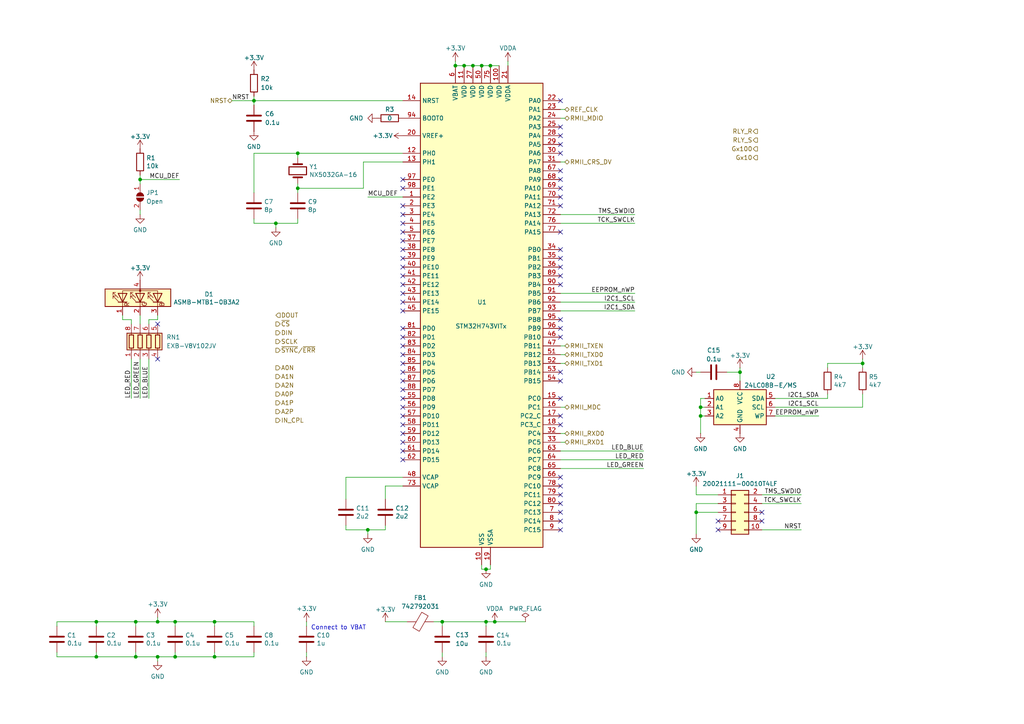
<source format=kicad_sch>
(kicad_sch (version 20250114) (generator "eeschema") (generator_version "9.0")
  (paper "A4")
  (lib_symbols
    (symbol "Connector_Generic:Conn_02x05_Odd_Even" (pin_names (offset 1.016) (hide yes))
      (property "Reference" "J" (at 1.27 7.62 0))
      (property "Value" "Conn_02x05_Odd_Even" (at 1.27 -7.62 0))
      (symbol "Conn_02x05_Odd_Even_1_1"
        (pin passive line (at -5.08 5.08 0) (length 3.81) (name "Pin_1") (number "1"))
        (pin passive line (at -5.08 2.54 0) (length 3.81) (name "Pin_3") (number "3"))
        (pin passive line (at -5.08 0 0) (length 3.81) (name "Pin_5") (number "5"))
        (pin passive line (at -5.08 -2.54 0) (length 3.81) (name "Pin_7") (number "7"))
        (pin passive line (at -5.08 -5.08 0) (length 3.81) (name "Pin_9") (number "9"))
        (pin passive line (at 7.62 5.08 180) (length 3.81) (name "Pin_2") (number "2"))
        (pin passive line (at 7.62 2.54 180) (length 3.81) (name "Pin_4") (number "4"))
        (pin passive line (at 7.62 0 180) (length 3.81) (name "Pin_6") (number "6"))
        (pin passive line (at 7.62 -2.54 180) (length 3.81) (name "Pin_8") (number "8"))
        (pin passive line (at 7.62 -5.08 180) (length 3.81) (name "Pin_10") (number "10"))
      )
    )
    (symbol "Device:C" (pin_numbers (hide yes)) (pin_names (offset 0.254))
      (property "Reference" "C" (at 0.635 2.54 0))
      (property "Value" "C" (at 0.635 -2.54 0))
      (symbol "C_1_1"
        (pin passive line (at 0 3.81 270) (length 2.794) (name "~") (number "1"))
        (pin passive line (at 0 -3.81 90) (length 2.794) (name "~") (number "2"))
      )
    )
    (symbol "Device:Crystal" (pin_numbers (hide yes)) (pin_names (offset 1.016) (hide yes))
      (property "Reference" "Y" (at 0 3.81 0))
      (property "Value" "Crystal" (at 0 -3.81 0))
      (symbol "Crystal_1_1"
        (pin passive line (at -3.81 0 0) (length 1.27) (name "1") (number "1"))
        (pin passive line (at 3.81 0 180) (length 1.27) (name "2") (number "2"))
      )
    )
    (symbol "Device:FerriteBead" (pin_numbers (hide yes)) (pin_names (offset 0))
      (property "Reference" "FB" (at -3.81 0.635 90))
      (property "Value" "FerriteBead" (at 3.81 0 90))
      (symbol "FerriteBead_1_1"
        (pin passive line (at 0 3.81 270) (length 2.54) (name "~") (number "1"))
        (pin passive line (at 0 -3.81 90) (length 2.54) (name "~") (number "2"))
      )
    )
    (symbol "Device:R" (pin_numbers (hide yes)) (pin_names (offset 0))
      (property "Reference" "R" (at 2.032 0 90))
      (property "Value" "R" (at 0 0 90))
      (symbol "R_1_1"
        (pin passive line (at 0 3.81 270) (length 1.27) (name "~") (number "1"))
        (pin passive line (at 0 -3.81 90) (length 1.27) (name "~") (number "2"))
      )
    )
    (symbol "Device:R_Pack04" (pin_names (offset 0) (hide yes))
      (property "Reference" "RN" (at -7.62 0 90))
      (property "Value" "R_Pack04" (at 5.08 0 90))
      (symbol "R_Pack04_1_1"
        (pin passive line (at -5.08 5.08 270) (length 2.54) (name "R1.2") (number "8"))
        (pin passive line (at -5.08 -5.08 90) (length 2.54) (name "R1.1") (number "1"))
        (pin passive line (at -2.54 5.08 270) (length 2.54) (name "R2.2") (number "7"))
        (pin passive line (at -2.54 -5.08 90) (length 2.54) (name "R2.1") (number "2"))
        (pin passive line (at 0 5.08 270) (length 2.54) (name "R3.2") (number "6"))
        (pin passive line (at 0 -5.08 90) (length 2.54) (name "R3.1") (number "3"))
        (pin passive line (at 2.54 5.08 270) (length 2.54) (name "R4.2") (number "5"))
        (pin passive line (at 2.54 -5.08 90) (length 2.54) (name "R4.1") (number "4"))
      )
    )
    (symbol "Jumper:SolderJumper_2_Open" (pin_names (offset 0) (hide yes))
      (property "Reference" "JP" (at 0 2.032 0))
      (property "Value" "SolderJumper_2_Open" (at 0 -2.54 0))
      (symbol "SolderJumper_2_Open_1_1"
        (pin passive line (at -3.81 0 0) (length 2.54) (name "A") (number "1"))
        (pin passive line (at 3.81 0 180) (length 2.54) (name "B") (number "2"))
      )
    )
    (symbol "LED:ASMB-MTB1-0A3A2" (pin_names (offset 0) (hide yes))
      (property "Reference" "D" (at 0 12.7 0))
      (property "Value" "ASMB-MTB1-0A3A2" (at 1.27 -11.43 0))
      (symbol "ASMB-MTB1-0A3A2_0_0"
        (text "R" (at -1.905 3.81 0) (effects (font (size 1.27 1.27))))
        (text "G" (at -1.905 -1.27 0) (effects (font (size 1.27 1.27))))
        (text "B" (at -1.905 -6.35 0) (effects (font (size 1.27 1.27))))
      )
      (symbol "ASMB-MTB1-0A3A2_1_1"
        (pin passive line (at -5.08 5.08 0) (length 2.54) (name "RK") (number "1"))
        (pin passive line (at -5.08 0 0) (length 2.54) (name "GK") (number "2"))
        (pin passive line (at -5.08 -5.08 0) (length 2.54) (name "BK") (number "3"))
        (pin passive line (at 5.08 0 180) (length 2.54) (name "A") (number "4"))
      )
    )
    (symbol "MCU_ST_STM32H7:STM32H743VITx"
      (property "Reference" "U" (at -17.78 69.85 0))
      (property "Value" "STM32H743VITx" (at 10.16 69.85 0))
      (symbol "STM32H743VITx_1_1"
        (pin input line (at -22.86 63.5 0) (length 5.08) (name "NRST") (number "14"))
        (pin input line (at -22.86 58.42 0) (length 5.08) (name "BOOT0") (number "94"))
        (pin input line (at -22.86 53.34 0) (length 5.08) (name "VREF+") (number "20"))
        (pin bidirectional line (at -22.86 48.26 0) (length 5.08) (name "PH0") (number "12"))
        (pin bidirectional line (at -22.86 45.72 0) (length 5.08) (name "PH1") (number "13"))
        (pin bidirectional line (at -22.86 40.64 0) (length 5.08) (name "PE0") (number "97"))
        (pin bidirectional line (at -22.86 38.1 0) (length 5.08) (name "PE1") (number "98"))
        (pin bidirectional line (at -22.86 35.56 0) (length 5.08) (name "PE2") (number "1"))
        (pin bidirectional line (at -22.86 33.02 0) (length 5.08) (name "PE3") (number "2"))
        (pin bidirectional line (at -22.86 30.48 0) (length 5.08) (name "PE4") (number "3"))
        (pin bidirectional line (at -22.86 27.94 0) (length 5.08) (name "PE5") (number "4"))
        (pin bidirectional line (at -22.86 25.4 0) (length 5.08) (name "PE6") (number "5"))
        (pin bidirectional line (at -22.86 22.86 0) (length 5.08) (name "PE7") (number "37"))
        (pin bidirectional line (at -22.86 20.32 0) (length 5.08) (name "PE8") (number "38"))
        (pin bidirectional line (at -22.86 17.78 0) (length 5.08) (name "PE9") (number "39"))
        (pin bidirectional line (at -22.86 15.24 0) (length 5.08) (name "PE10") (number "40"))
        (pin bidirectional line (at -22.86 12.7 0) (length 5.08) (name "PE11") (number "41"))
        (pin bidirectional line (at -22.86 10.16 0) (length 5.08) (name "PE12") (number "42"))
        (pin bidirectional line (at -22.86 7.62 0) (length 5.08) (name "PE13") (number "43"))
        (pin bidirectional line (at -22.86 5.08 0) (length 5.08) (name "PE14") (number "44"))
        (pin bidirectional line (at -22.86 2.54 0) (length 5.08) (name "PE15") (number "45"))
        (pin bidirectional line (at -22.86 -2.54 0) (length 5.08) (name "PD0") (number "81"))
        (pin bidirectional line (at -22.86 -5.08 0) (length 5.08) (name "PD1") (number "82"))
        (pin bidirectional line (at -22.86 -7.62 0) (length 5.08) (name "PD2") (number "83"))
        (pin bidirectional line (at -22.86 -10.16 0) (length 5.08) (name "PD3") (number "84"))
        (pin bidirectional line (at -22.86 -12.7 0) (length 5.08) (name "PD4") (number "85"))
        (pin bidirectional line (at -22.86 -15.24 0) (length 5.08) (name "PD5") (number "86"))
        (pin bidirectional line (at -22.86 -17.78 0) (length 5.08) (name "PD6") (number "87"))
        (pin bidirectional line (at -22.86 -20.32 0) (length 5.08) (name "PD7") (number "88"))
        (pin bidirectional line (at -22.86 -22.86 0) (length 5.08) (name "PD8") (number "55"))
        (pin bidirectional line (at -22.86 -25.4 0) (length 5.08) (name "PD9") (number "56"))
        (pin bidirectional line (at -22.86 -27.94 0) (length 5.08) (name "PD10") (number "57"))
        (pin bidirectional line (at -22.86 -30.48 0) (length 5.08) (name "PD11") (number "58"))
        (pin bidirectional line (at -22.86 -33.02 0) (length 5.08) (name "PD12") (number "59"))
        (pin bidirectional line (at -22.86 -35.56 0) (length 5.08) (name "PD13") (number "60"))
        (pin bidirectional line (at -22.86 -38.1 0) (length 5.08) (name "PD14") (number "61"))
        (pin bidirectional line (at -22.86 -40.64 0) (length 5.08) (name "PD15") (number "62"))
        (pin power_out line (at -22.86 -45.72 0) (length 5.08) (name "VCAP") (number "48"))
        (pin power_out line (at -22.86 -48.26 0) (length 5.08) (name "VCAP") (number "73"))
        (pin power_in line (at -7.62 73.66 270) (length 5.08) (name "VBAT") (number "6"))
        (pin power_in line (at -5.08 73.66 270) (length 5.08) (name "VDD") (number "11"))
        (pin power_in line (at -2.54 73.66 270) (length 5.08) (name "VDD") (number "27"))
        (pin power_in line (at 0 73.66 270) (length 5.08) (name "VDD") (number "50"))
        (pin power_in line (at 0 -71.12 90) (length 5.08) (name "VSS") (number "10"))
        (pin passive line (at 0 -71.12 90) (length 5.08) (hide yes) (name "VSS") (number "26"))
        (pin passive line (at 0 -71.12 90) (length 5.08) (hide yes) (name "VSS") (number "49"))
        (pin passive line (at 0 -71.12 90) (length 5.08) (hide yes) (name "VSS") (number "74"))
        (pin passive line (at 0 -71.12 90) (length 5.08) (hide yes) (name "VSS") (number "99"))
        (pin power_in line (at 2.54 73.66 270) (length 5.08) (name "VDD") (number "75"))
        (pin power_in line (at 2.54 -71.12 90) (length 5.08) (name "VSSA") (number "19"))
        (pin power_in line (at 5.08 73.66 270) (length 5.08) (name "VDD") (number "100"))
        (pin power_in line (at 7.62 73.66 270) (length 5.08) (name "VDDA") (number "21"))
        (pin bidirectional line (at 22.86 63.5 180) (length 5.08) (name "PA0") (number "22"))
        (pin bidirectional line (at 22.86 60.96 180) (length 5.08) (name "PA1") (number "23"))
        (pin bidirectional line (at 22.86 58.42 180) (length 5.08) (name "PA2") (number "24"))
        (pin bidirectional line (at 22.86 55.88 180) (length 5.08) (name "PA3") (number "25"))
        (pin bidirectional line (at 22.86 53.34 180) (length 5.08) (name "PA4") (number "28"))
        (pin bidirectional line (at 22.86 50.8 180) (length 5.08) (name "PA5") (number "29"))
        (pin bidirectional line (at 22.86 48.26 180) (length 5.08) (name "PA6") (number "30"))
        (pin bidirectional line (at 22.86 45.72 180) (length 5.08) (name "PA7") (number "31"))
        (pin bidirectional line (at 22.86 43.18 180) (length 5.08) (name "PA8") (number "67"))
        (pin bidirectional line (at 22.86 40.64 180) (length 5.08) (name "PA9") (number "68"))
        (pin bidirectional line (at 22.86 38.1 180) (length 5.08) (name "PA10") (number "69"))
        (pin bidirectional line (at 22.86 35.56 180) (length 5.08) (name "PA11") (number "70"))
        (pin bidirectional line (at 22.86 33.02 180) (length 5.08) (name "PA12") (number "71"))
        (pin bidirectional line (at 22.86 30.48 180) (length 5.08) (name "PA13") (number "72"))
        (pin bidirectional line (at 22.86 27.94 180) (length 5.08) (name "PA14") (number "76"))
        (pin bidirectional line (at 22.86 25.4 180) (length 5.08) (name "PA15") (number "77"))
        (pin bidirectional line (at 22.86 20.32 180) (length 5.08) (name "PB0") (number "34"))
        (pin bidirectional line (at 22.86 17.78 180) (length 5.08) (name "PB1") (number "35"))
        (pin bidirectional line (at 22.86 15.24 180) (length 5.08) (name "PB2") (number "36"))
        (pin bidirectional line (at 22.86 12.7 180) (length 5.08) (name "PB3") (number "89"))
        (pin bidirectional line (at 22.86 10.16 180) (length 5.08) (name "PB4") (number "90"))
        (pin bidirectional line (at 22.86 7.62 180) (length 5.08) (name "PB5") (number "91"))
        (pin bidirectional line (at 22.86 5.08 180) (length 5.08) (name "PB6") (number "92"))
        (pin bidirectional line (at 22.86 2.54 180) (length 5.08) (name "PB7") (number "93"))
        (pin bidirectional line (at 22.86 0 180) (length 5.08) (name "PB8") (number "95"))
        (pin bidirectional line (at 22.86 -2.54 180) (length 5.08) (name "PB9") (number "96"))
        (pin bidirectional line (at 22.86 -5.08 180) (length 5.08) (name "PB10") (number "46"))
        (pin bidirectional line (at 22.86 -7.62 180) (length 5.08) (name "PB11") (number "47"))
        (pin bidirectional line (at 22.86 -10.16 180) (length 5.08) (name "PB12") (number "51"))
        (pin bidirectional line (at 22.86 -12.7 180) (length 5.08) (name "PB13") (number "52"))
        (pin bidirectional line (at 22.86 -15.24 180) (length 5.08) (name "PB14") (number "53"))
        (pin bidirectional line (at 22.86 -17.78 180) (length 5.08) (name "PB15") (number "54"))
        (pin bidirectional line (at 22.86 -22.86 180) (length 5.08) (name "PC0") (number "15"))
        (pin bidirectional line (at 22.86 -25.4 180) (length 5.08) (name "PC1") (number "16"))
        (pin bidirectional line (at 22.86 -27.94 180) (length 5.08) (name "PC2_C") (number "17"))
        (pin bidirectional line (at 22.86 -30.48 180) (length 5.08) (name "PC3_C") (number "18"))
        (pin bidirectional line (at 22.86 -33.02 180) (length 5.08) (name "PC4") (number "32"))
        (pin bidirectional line (at 22.86 -35.56 180) (length 5.08) (name "PC5") (number "33"))
        (pin bidirectional line (at 22.86 -38.1 180) (length 5.08) (name "PC6") (number "63"))
        (pin bidirectional line (at 22.86 -40.64 180) (length 5.08) (name "PC7") (number "64"))
        (pin bidirectional line (at 22.86 -43.18 180) (length 5.08) (name "PC8") (number "65"))
        (pin bidirectional line (at 22.86 -45.72 180) (length 5.08) (name "PC9") (number "66"))
        (pin bidirectional line (at 22.86 -48.26 180) (length 5.08) (name "PC10") (number "78"))
        (pin bidirectional line (at 22.86 -50.8 180) (length 5.08) (name "PC11") (number "79"))
        (pin bidirectional line (at 22.86 -53.34 180) (length 5.08) (name "PC12") (number "80"))
        (pin bidirectional line (at 22.86 -55.88 180) (length 5.08) (name "PC13") (number "7"))
        (pin bidirectional line (at 22.86 -58.42 180) (length 5.08) (name "PC14") (number "8"))
        (pin bidirectional line (at 22.86 -60.96 180) (length 5.08) (name "PC15") (number "9"))
      )
    )
    (symbol "Memory_EEPROM:24LC08"
      (property "Reference" "U" (at -6.35 6.35 0))
      (property "Value" "24LC08" (at 1.27 6.35 0))
      (symbol "24LC08_1_1"
        (pin input line (at -10.16 2.54 0) (length 2.54) (name "A0") (number "1"))
        (pin input line (at -10.16 0 0) (length 2.54) (name "A1") (number "2"))
        (pin input line (at -10.16 -2.54 0) (length 2.54) (name "A2") (number "3"))
        (pin power_in line (at 0 7.62 270) (length 2.54) (name "VCC") (number "8"))
        (pin power_in line (at 0 -7.62 90) (length 2.54) (name "GND") (number "4"))
        (pin bidirectional line (at 10.16 2.54 180) (length 2.54) (name "SDA") (number "5"))
        (pin input line (at 10.16 0 180) (length 2.54) (name "SCL") (number "6"))
        (pin input line (at 10.16 -2.54 180) (length 2.54) (name "WP") (number "7"))
      )
    )
    (symbol "power:+3.3V" (power) (pin_numbers (hide yes)) (pin_names (offset 0) (hide yes))
      (property "Value" "+3.3V" (at 0 3.556 0))
      (symbol "+3.3V_1_1"
        (pin power_in line (at 0 0 90) (length 0) (name "~") (number "1"))
      )
    )
    (symbol "power:GND" (power) (pin_numbers (hide yes)) (pin_names (offset 0) (hide yes))
      (property "Value" "GND" (at 0 -3.81 0))
      (symbol "GND_1_1"
        (pin power_in line (at 0 0 270) (length 0) (name "~") (number "1"))
      )
    )
    (symbol "power:PWR_FLAG" (power) (pin_numbers (hide yes)) (pin_names (offset 0) (hide yes))
      (property "Value" "PWR_FLAG" (at 0 3.81 0))
      (symbol "PWR_FLAG_0_0"
        (pin power_out line (at 0 0 90) (length 0) (name "~") (number "1"))
      )
    )
    (symbol "power:VDDA" (power) (pin_numbers (hide yes)) (pin_names (offset 0) (hide yes))
      (property "Value" "VDDA" (at 0 3.556 0))
      (symbol "VDDA_1_1"
        (pin power_in line (at 0 0 90) (length 0) (name "~") (number "1"))
      )
    )
  )
  (text "Connect to VBAT" (at 90.17 182.88 0) (effects (font (size 1.27 1.27)) (justify left bottom)))
  (junction (at 39.37 180.34))
  (junction (at 50.8 190.5))
  (junction (at 134.62 19.05))
  (junction (at 137.16 19.05))
  (junction (at 203.2 118.11))
  (junction (at 142.24 19.05))
  (junction (at 62.23 180.34))
  (junction (at 140.97 180.34))
  (junction (at 45.72 180.34))
  (junction (at 73.66 29.21))
  (junction (at 203.2 120.65))
  (junction (at 140.97 165.1))
  (junction (at 27.94 190.5))
  (junction (at 106.68 153.67))
  (junction (at 143.51 180.34))
  (junction (at 80.01 64.77))
  (junction (at 250.19 105.41))
  (junction (at 86.36 54.61))
  (junction (at 201.93 148.59))
  (junction (at 39.37 190.5))
  (junction (at 132.08 19.05))
  (junction (at 139.7 19.05))
  (junction (at 128.27 180.34))
  (junction (at 50.8 180.34))
  (junction (at 62.23 190.5))
  (junction (at 27.94 180.34))
  (junction (at 86.36 44.45))
  (junction (at 214.63 107.95))
  (junction (at 45.72 190.5))
  (junction (at 40.64 52.07))
  (no_connect (at 116.84 85.09))
  (no_connect (at 116.84 62.23))
  (no_connect (at 162.56 57.15))
  (no_connect (at 116.84 105.41))
  (no_connect (at 116.84 102.87))
  (no_connect (at 116.84 115.57))
  (no_connect (at 162.56 59.69))
  (no_connect (at 116.84 100.33))
  (no_connect (at 220.98 151.13))
  (no_connect (at 162.56 44.45))
  (no_connect (at 116.84 90.17))
  (no_connect (at 162.56 107.95))
  (no_connect (at 116.84 118.11))
  (no_connect (at 162.56 110.49))
  (no_connect (at 116.84 125.73))
  (no_connect (at 208.28 153.67))
  (no_connect (at 162.56 74.93))
  (no_connect (at 162.56 146.05))
  (no_connect (at 162.56 92.71))
  (no_connect (at 116.84 59.69))
  (no_connect (at 162.56 49.53))
  (no_connect (at 162.56 97.79))
  (no_connect (at 162.56 80.01))
  (no_connect (at 116.84 95.25))
  (no_connect (at 116.84 82.55))
  (no_connect (at 116.84 110.49))
  (no_connect (at 116.84 87.63))
  (no_connect (at 162.56 41.91))
  (no_connect (at 116.84 64.77))
  (no_connect (at 116.84 113.03))
  (no_connect (at 162.56 54.61))
  (no_connect (at 116.84 97.79))
  (no_connect (at 162.56 138.43))
  (no_connect (at 116.84 130.81))
  (no_connect (at 162.56 143.51))
  (no_connect (at 162.56 148.59))
  (no_connect (at 162.56 115.57))
  (no_connect (at 162.56 36.83))
  (no_connect (at 162.56 52.07))
  (no_connect (at 162.56 67.31))
  (no_connect (at 116.84 52.07))
  (no_connect (at 116.84 107.95))
  (no_connect (at 162.56 77.47))
  (no_connect (at 45.72 104.14))
  (no_connect (at 162.56 151.13))
  (no_connect (at 220.98 148.59))
  (no_connect (at 116.84 74.93))
  (no_connect (at 116.84 80.01))
  (no_connect (at 162.56 29.21))
  (no_connect (at 45.72 93.98))
  (no_connect (at 162.56 153.67))
  (no_connect (at 162.56 95.25))
  (no_connect (at 116.84 128.27))
  (no_connect (at 162.56 140.97))
  (no_connect (at 162.56 39.37))
  (no_connect (at 116.84 120.65))
  (no_connect (at 162.56 72.39))
  (no_connect (at 116.84 54.61))
  (no_connect (at 116.84 77.47))
  (no_connect (at 116.84 69.85))
  (no_connect (at 116.84 133.35))
  (no_connect (at 162.56 120.65))
  (no_connect (at 116.84 67.31))
  (no_connect (at 116.84 72.39))
  (no_connect (at 162.56 82.55))
  (no_connect (at 162.56 123.19))
  (no_connect (at 116.84 123.19))
  (no_connect (at 208.28 151.13))
  (wire (pts (xy 39.37 189.23) (xy 39.37 190.5)))
  (wire (pts (xy 45.72 190.5) (xy 39.37 190.5)))
  (wire (pts (xy 50.8 180.34) (xy 45.72 180.34)))
  (wire (pts (xy 45.72 190.5) (xy 50.8 190.5)))
  (wire (pts (xy 142.24 19.05) (xy 144.78 19.05)))
  (wire (pts (xy 240.03 106.68) (xy 240.03 105.41)))
  (wire (pts (xy 40.64 91.44) (xy 40.64 93.98)))
  (wire (pts (xy 139.7 165.1) (xy 140.97 165.1)))
  (wire (pts (xy 137.16 19.05) (xy 139.7 19.05)))
  (wire (pts (xy 73.66 29.21) (xy 116.84 29.21)))
  (wire (pts (xy 39.37 180.34) (xy 27.94 180.34)))
  (wire (pts (xy 40.64 53.34) (xy 40.64 52.07)))
  (wire (pts (xy 162.56 46.99) (xy 163.83 46.99)))
  (wire (pts (xy 214.63 107.95) (xy 214.63 110.49)))
  (wire (pts (xy 162.56 133.35) (xy 186.69 133.35)))
  (wire (pts (xy 139.7 163.83) (xy 139.7 165.1)))
  (wire (pts (xy 203.2 125.73) (xy 203.2 120.65)))
  (wire (pts (xy 27.94 180.34) (xy 16.51 180.34)))
  (wire (pts (xy 50.8 190.5) (xy 62.23 190.5)))
  (wire (pts (xy 111.76 140.97) (xy 116.84 140.97)))
  (wire (pts (xy 208.28 148.59) (xy 201.93 148.59)))
  (wire (pts (xy 88.9 180.34) (xy 88.9 181.61)))
  (wire (pts (xy 45.72 191.77) (xy 45.72 190.5)))
  (wire (pts (xy 162.56 118.11) (xy 163.83 118.11)))
  (wire (pts (xy 45.72 92.71) (xy 43.18 92.71)))
  (wire (pts (xy 162.56 125.73) (xy 163.83 125.73)))
  (wire (pts (xy 224.79 115.57) (xy 240.03 115.57)))
  (wire (pts (xy 43.18 92.71) (xy 43.18 93.98)))
  (wire (pts (xy 140.97 180.34) (xy 140.97 181.61)))
  (wire (pts (xy 106.68 153.67) (xy 111.76 153.67)))
  (wire (pts (xy 224.79 120.65) (xy 237.49 120.65)))
  (wire (pts (xy 86.36 64.77) (xy 86.36 63.5)))
  (wire (pts (xy 250.19 104.14) (xy 250.19 105.41)))
  (wire (pts (xy 80.01 64.77) (xy 86.36 64.77)))
  (wire (pts (xy 38.1 104.14) (xy 38.1 115.57)))
  (wire (pts (xy 162.56 34.29) (xy 163.83 34.29)))
  (wire (pts (xy 201.93 148.59) (xy 201.93 146.05)))
  (wire (pts (xy 210.82 107.95) (xy 214.63 107.95)))
  (wire (pts (xy 162.56 100.33) (xy 163.83 100.33)))
  (wire (pts (xy 162.56 105.41) (xy 163.83 105.41)))
  (wire (pts (xy 134.62 19.05) (xy 137.16 19.05)))
  (wire (pts (xy 86.36 44.45) (xy 73.66 44.45)))
  (wire (pts (xy 162.56 128.27) (xy 163.83 128.27)))
  (wire (pts (xy 111.76 180.34) (xy 118.11 180.34)))
  (wire (pts (xy 140.97 180.34) (xy 143.51 180.34)))
  (wire (pts (xy 73.66 189.23) (xy 73.66 190.5)))
  (wire (pts (xy 163.83 102.87) (xy 162.56 102.87)))
  (wire (pts (xy 111.76 140.97) (xy 111.76 144.78)))
  (wire (pts (xy 62.23 180.34) (xy 62.23 181.61)))
  (wire (pts (xy 132.08 19.05) (xy 134.62 19.05)))
  (wire (pts (xy 39.37 180.34) (xy 39.37 181.61)))
  (wire (pts (xy 16.51 189.23) (xy 16.51 190.5)))
  (wire (pts (xy 16.51 180.34) (xy 16.51 181.61)))
  (wire (pts (xy 105.41 46.99) (xy 105.41 54.61)))
  (wire (pts (xy 116.84 46.99) (xy 105.41 46.99)))
  (wire (pts (xy 203.2 118.11) (xy 203.2 120.65)))
  (wire (pts (xy 142.24 163.83) (xy 142.24 165.1)))
  (wire (pts (xy 73.66 180.34) (xy 73.66 181.61)))
  (wire (pts (xy 203.2 120.65) (xy 204.47 120.65)))
  (wire (pts (xy 27.94 180.34) (xy 27.94 181.61)))
  (wire (pts (xy 220.98 146.05) (xy 232.41 146.05)))
  (wire (pts (xy 50.8 180.34) (xy 50.8 181.61)))
  (wire (pts (xy 106.68 57.15) (xy 116.84 57.15)))
  (wire (pts (xy 201.93 140.97) (xy 201.93 143.51)))
  (wire (pts (xy 100.33 138.43) (xy 116.84 138.43)))
  (wire (pts (xy 73.66 63.5) (xy 73.66 64.77)))
  (wire (pts (xy 52.07 52.07) (xy 40.64 52.07)))
  (wire (pts (xy 220.98 143.51) (xy 232.41 143.51)))
  (wire (pts (xy 201.93 146.05) (xy 208.28 146.05)))
  (wire (pts (xy 162.56 87.63) (xy 184.15 87.63)))
  (wire (pts (xy 147.32 17.78) (xy 147.32 19.05)))
  (wire (pts (xy 40.64 60.96) (xy 40.64 62.23)))
  (wire (pts (xy 35.56 91.44) (xy 35.56 92.71)))
  (wire (pts (xy 240.03 115.57) (xy 240.03 114.3)))
  (wire (pts (xy 86.36 53.34) (xy 86.36 54.61)))
  (wire (pts (xy 140.97 190.5) (xy 140.97 189.23)))
  (wire (pts (xy 162.56 90.17) (xy 184.15 90.17)))
  (wire (pts (xy 106.68 154.94) (xy 106.68 153.67)))
  (wire (pts (xy 100.33 153.67) (xy 106.68 153.67)))
  (wire (pts (xy 73.66 29.21) (xy 73.66 30.48)))
  (wire (pts (xy 100.33 152.4) (xy 100.33 153.67)))
  (wire (pts (xy 38.1 92.71) (xy 38.1 93.98)))
  (wire (pts (xy 43.18 104.14) (xy 43.18 115.57)))
  (wire (pts (xy 162.56 135.89) (xy 186.69 135.89)))
  (wire (pts (xy 250.19 118.11) (xy 250.19 114.3)))
  (wire (pts (xy 132.08 17.78) (xy 132.08 19.05)))
  (wire (pts (xy 128.27 180.34) (xy 125.73 180.34)))
  (wire (pts (xy 220.98 153.67) (xy 232.41 153.67)))
  (wire (pts (xy 67.31 29.21) (xy 73.66 29.21)))
  (wire (pts (xy 250.19 105.41) (xy 250.19 106.68)))
  (wire (pts (xy 73.66 64.77) (xy 80.01 64.77)))
  (wire (pts (xy 214.63 106.68) (xy 214.63 107.95)))
  (wire (pts (xy 162.56 31.75) (xy 163.83 31.75)))
  (wire (pts (xy 204.47 118.11) (xy 203.2 118.11)))
  (wire (pts (xy 140.97 165.1) (xy 142.24 165.1)))
  (wire (pts (xy 128.27 180.34) (xy 128.27 181.61)))
  (wire (pts (xy 62.23 180.34) (xy 50.8 180.34)))
  (wire (pts (xy 105.41 54.61) (xy 86.36 54.61)))
  (wire (pts (xy 204.47 115.57) (xy 203.2 115.57)))
  (wire (pts (xy 40.64 104.14) (xy 40.64 115.57)))
  (wire (pts (xy 203.2 115.57) (xy 203.2 118.11)))
  (wire (pts (xy 162.56 62.23) (xy 184.15 62.23)))
  (wire (pts (xy 45.72 179.07) (xy 45.72 180.34)))
  (wire (pts (xy 62.23 190.5) (xy 73.66 190.5)))
  (wire (pts (xy 128.27 180.34) (xy 140.97 180.34)))
  (wire (pts (xy 201.93 143.51) (xy 208.28 143.51)))
  (wire (pts (xy 45.72 91.44) (xy 45.72 92.71)))
  (wire (pts (xy 201.93 107.95) (xy 203.2 107.95)))
  (wire (pts (xy 86.36 45.72) (xy 86.36 44.45)))
  (wire (pts (xy 27.94 189.23) (xy 27.94 190.5)))
  (wire (pts (xy 240.03 105.41) (xy 250.19 105.41)))
  (wire (pts (xy 62.23 190.5) (xy 62.23 189.23)))
  (wire (pts (xy 40.64 52.07) (xy 40.64 50.8)))
  (wire (pts (xy 45.72 180.34) (xy 39.37 180.34)))
  (wire (pts (xy 162.56 130.81) (xy 186.69 130.81)))
  (wire (pts (xy 16.51 190.5) (xy 27.94 190.5)))
  (wire (pts (xy 128.27 190.5) (xy 128.27 189.23)))
  (wire (pts (xy 86.36 44.45) (xy 116.84 44.45)))
  (wire (pts (xy 50.8 189.23) (xy 50.8 190.5)))
  (wire (pts (xy 224.79 118.11) (xy 250.19 118.11)))
  (wire (pts (xy 73.66 44.45) (xy 73.66 55.88)))
  (wire (pts (xy 62.23 180.34) (xy 73.66 180.34)))
  (wire (pts (xy 27.94 190.5) (xy 39.37 190.5)))
  (wire (pts (xy 111.76 153.67) (xy 111.76 152.4)))
  (wire (pts (xy 88.9 189.23) (xy 88.9 190.5)))
  (wire (pts (xy 100.33 138.43) (xy 100.33 144.78)))
  (wire (pts (xy 35.56 92.71) (xy 38.1 92.71)))
  (wire (pts (xy 86.36 54.61) (xy 86.36 55.88)))
  (wire (pts (xy 162.56 85.09) (xy 184.15 85.09)))
  (wire (pts (xy 139.7 19.05) (xy 142.24 19.05)))
  (wire (pts (xy 80.01 66.04) (xy 80.01 64.77)))
  (wire (pts (xy 201.93 154.94) (xy 201.93 148.59)))
  (wire (pts (xy 143.51 180.34) (xy 152.4 180.34)))
  (wire (pts (xy 162.56 64.77) (xy 184.15 64.77)))
  (wire (pts (xy 73.66 27.94) (xy 73.66 29.21)))
  (label "MCU_DEF" (at 106.68 57.15 0))
  (label "MCU_DEF" (at 52.07 52.07 180))
  (label "I2C1_SDA" (at 184.15 90.17 180))
  (label "LED_RED" (at 38.1 115.57 90))
  (label "TCK_SWCLK" (at 184.15 64.77 180))
  (label "I2C1_SDA" (at 237.49 115.57 180))
  (label "LED_BLUE" (at 186.69 130.81 180))
  (label "TCK_SWCLK" (at 232.41 146.05 180))
  (label "I2C1_SCL" (at 237.49 118.11 180))
  (label "EEPROM_nWP" (at 237.49 120.65 180))
  (label "LED_GREEN" (at 40.64 115.57 90))
  (label "LED_GREEN" (at 186.69 135.89 180))
  (label "LED_RED" (at 186.69 133.35 180))
  (label "LED_BLUE" (at 43.18 115.57 90))
  (label "I2C1_SCL" (at 184.15 87.63 180))
  (label "EEPROM_nWP" (at 184.15 85.09 180))
  (label "NRST" (at 232.41 153.67 180))
  (label "TMS_SWDIO" (at 184.15 62.23 180))
  (label "TMS_SWDIO" (at 232.41 143.51 180))
  (label "NRST" (at 67.31 29.21 0))
  (hierarchical_label "A2P" (shape output) (at 80.01 119.38 0))
  (hierarchical_label "RMII_MDC" (shape bidirectional) (at 163.83 118.11 0))
  (hierarchical_label "Gx10" (shape output) (at 219.71 45.72 180))
  (hierarchical_label "RMII_MDIO" (shape bidirectional) (at 163.83 34.29 0))
  (hierarchical_label "RLY_R" (shape output) (at 219.71 38.1 180))
  (hierarchical_label "RMII_TXD1" (shape bidirectional) (at 163.83 105.41 0))
  (hierarchical_label "REF_CLK" (shape bidirectional) (at 163.83 31.75 0))
  (hierarchical_label "RMII_TXEN" (shape bidirectional) (at 163.83 100.33 0))
  (hierarchical_label "~{SYNC}{slash}~{ERR}" (shape output) (at 80.01 101.6 0))
  (hierarchical_label "RMII_TXD0" (shape bidirectional) (at 163.83 102.87 0))
  (hierarchical_label "NRST" (shape bidirectional) (at 67.31 29.21 180))
  (hierarchical_label "RMII_CRS_DV" (shape bidirectional) (at 163.83 46.99 0))
  (hierarchical_label "DOUT" (shape input) (at 80.01 91.44 0))
  (hierarchical_label "~{CS}" (shape output) (at 80.01 93.98 0))
  (hierarchical_label "A1N" (shape output) (at 80.01 109.22 0))
  (hierarchical_label "DIN" (shape output) (at 80.01 96.52 0))
  (hierarchical_label "A0N" (shape output) (at 80.01 106.68 0))
  (hierarchical_label "RLY_S" (shape output) (at 219.71 40.64 180))
  (hierarchical_label "A0P" (shape output) (at 80.01 114.3 0))
  (hierarchical_label "IN_CPL" (shape output) (at 80.01 121.92 0))
  (hierarchical_label "A2N" (shape output) (at 80.01 111.76 0))
  (hierarchical_label "A1P" (shape output) (at 80.01 116.84 0))
  (hierarchical_label "Gx100" (shape output) (at 219.71 43.18 180))
  (hierarchical_label "SCLK" (shape output) (at 80.01 99.06 0))
  (hierarchical_label "RMII_RXD0" (shape bidirectional) (at 163.83 125.73 0))
  (hierarchical_label "RMII_RXD1" (shape bidirectional) (at 163.83 128.27 0))
  (symbol (lib_id "power:VDDA") (at 147.32 17.78 0) (unit 1)
    (property "Reference" "#PWR020" (effects (hide yes)))
    (property "Value" "VDDA" (at 147.32 13.97 0))
    (property "Description" "Power symbol creates a global label with name \"VDDA\"" (effects (hide yes)))
    (instances (project "ETH1HMSR-SMS" (path "" (reference "#PWR020") (unit 1))) (project "ETH1HMSR-SMS" (path "" (reference "#PWR0431") (unit 1))) (project "ETH1IRCAM1" (path "" (reference "#PWR0418") (unit 1))))
  )
  (symbol (lib_id "LED:ASMB-MTB1-0A3A2") (at 40.64 86.36 90) (unit 1)
    (property "Reference" "D1" (at 61.976 85.344 90) (effects (justify left)))
    (property "Value" "ASMB-MTB1-0B3A2" (at 69.596 87.63 90) (effects (justify left)))
    (property "Footprint" "LED_SMD:LED_Avago_PLCC4_3.2x2.8mm_CW" (effects (hide yes)))
    (property "Datasheet" "https://docs.broadcom.com/docs/AV02-4194EN" (effects (hide yes)))
    (instances (project "ETH1HMSR-SMS" (path "" (reference "D1") (unit 1))) (project "ETH1HMSR-SMS" (path "" (reference "D401") (unit 1))) (project "ETH1IRCAM1" (path "" (reference "D401") (unit 1))))
  )
  (symbol (lib_id "Device:C") (at 73.66 185.42 0) (unit 1)
    (property "Reference" "C8" (at 76.581 184.2516 0) (effects (justify left)))
    (property "Value" "0.1u" (at 76.581 186.563 0) (effects (justify left)))
    (property "Footprint" "Capacitor_SMD:C_0603_1608Metric_Pad1.08x0.95mm_HandSolder" (effects (hide yes)))
  )
  (symbol (lib_id "Device:C") (at 16.51 185.42 0) (unit 1)
    (property "Reference" "C1" (at 19.431 184.2516 0) (effects (justify left)))
    (property "Value" "0.1u" (at 19.431 186.563 0) (effects (justify left)))
    (property "Footprint" "Capacitor_SMD:C_0603_1608Metric_Pad1.08x0.95mm_HandSolder" (effects (hide yes)))
    (instances (project "ETH1HMSR-SMS" (path "" (reference "C1") (unit 1))) (project "ETH1HMSR-SMS" (path "" (reference "C401") (unit 1))) (project "ETH1IRCAM1" (path "" (reference "C401") (unit 1))))
  )
  (symbol (lib_id "power:GND") (at 203.2 125.73 0) (unit 1)
    (property "Reference" "#PWR024" (effects (hide yes)))
    (property "Value" "GND" (at 203.2 130.175 0))
    (property "Description" "Power symbol creates a global label with name \"GND\" , ground" (effects (hide yes)))
    (instances (project "ETH1HMSR-SMS" (path "" (reference "#PWR024") (unit 1))) (project "ETH1HMSR-SMS" (path "" (reference "#PWR0435") (unit 1))) (project "ETH1IRCAM1" (path "" (reference "#PWR0424") (unit 1))))
  )
  (symbol (lib_id "power:GND") (at 140.97 190.5 0) (unit 1)
    (property "Reference" "#PWR018" (effects (hide yes)))
    (property "Value" "GND" (at 140.97 194.945 0))
    (property "Description" "Power symbol creates a global label with name \"GND\" , ground" (effects (hide yes)))
    (instances (project "ETH1HMSR-SMS" (path "" (reference "#PWR018") (unit 1))) (project "ETH1HMSR-SMS" (path "" (reference "#PWR0426") (unit 1))) (project "ETH1IRCAM1" (path "" (reference "#PWR0413") (unit 1))))
  )
  (symbol (lib_id "Device:Crystal") (at 86.36 49.53 270) (unit 1)
    (property "Reference" "Y1" (at 89.6874 48.3616 90) (effects (justify left)))
    (property "Value" "NX5032GA-16" (at 89.6874 50.673 90) (effects (justify left)))
    (property "Footprint" "ADC7177B1:NX5032GA" (effects (hide yes)))
    (instances (project "ETH1HMSR-SMS" (path "" (reference "Y1") (unit 1))) (project "ETH1HMSR-SMS" (path "" (reference "Y401") (unit 1))) (project "ETH1IRCAM1" (path "" (reference "Y401") (unit 1))))
  )
  (symbol (lib_id "Device:FerriteBead") (at 121.92 180.34 270) (unit 1)
    (property "Reference" "FB1" (at 121.92 173.355 90))
    (property "Value" "742792031" (at 121.92 175.895 90))
    (property "Footprint" "Inductor_SMD:L_0805_2012Metric_Pad1.05x1.20mm_HandSolder" (effects (hide yes)))
    (instances (project "ETH1HMSR-SMS" (path "" (reference "FB1") (unit 1))) (project "ETH1HMSR-SMS" (path "" (reference "FB401") (unit 1))) (project "ETH1IRCAM1" (path "" (reference "FB401") (unit 1))))
  )
  (symbol (lib_id "Device:C") (at 111.76 148.59 0) (unit 1)
    (property "Reference" "C12" (at 114.681 147.4216 0) (effects (justify left)))
    (property "Value" "2u2" (at 114.681 149.733 0) (effects (justify left)))
    (property "Footprint" "Capacitor_SMD:C_0603_1608Metric_Pad1.08x0.95mm_HandSolder" (effects (hide yes)))
    (instances (project "ETH1HMSR-SMS" (path "" (reference "C12") (unit 1))) (project "ETH1HMSR-SMS" (path "" (reference "C420") (unit 1))) (project "ETH1IRCAM1" (path "" (reference "C412") (unit 1))))
  )
  (symbol (lib_id "power:GND") (at 109.22 34.29 270) (unit 1)
    (property "Reference" "#PWR012" (effects (hide yes)))
    (property "Value" "GND" (at 105.41 34.29 90) (effects (justify right)))
    (property "Description" "Power symbol creates a global label with name \"GND\" , ground" (effects (hide yes)))
    (instances (project "ETH1HMSR-SMS" (path "" (reference "#PWR012") (unit 1))) (project "ETH1HMSR-SMS" (path "" (reference "#PWR0425") (unit 1))) (project "ETH1IRCAM1" (path "" (reference "#PWR0412") (unit 1))))
  )
  (symbol (lib_id "Device:C") (at 39.37 185.42 0) (unit 1)
    (property "Reference" "C3" (at 42.291 184.2516 0) (effects (justify left)))
    (property "Value" "0.1u" (at 42.291 186.563 0) (effects (justify left)))
    (property "Footprint" "Capacitor_SMD:C_0603_1608Metric_Pad1.08x0.95mm_HandSolder" (effects (hide yes)))
    (instances (project "ETH1HMSR-SMS" (path "" (reference "C3") (unit 1))) (project "ETH1HMSR-SMS" (path "" (reference "C407") (unit 1))) (project "ETH1IRCAM1" (path "" (reference "C403") (unit 1))))
  )
  (symbol (lib_id "power:GND") (at 45.72 191.77 0) (unit 1)
    (property "Reference" "#PWR05" (effects (hide yes)))
    (property "Value" "GND" (at 45.72 196.215 0))
    (property "Description" "Power symbol creates a global label with name \"GND\" , ground" (effects (hide yes)))
    (instances (project "ETH1HMSR-SMS" (path "" (reference "#PWR05") (unit 1))) (project "ETH1HMSR-SMS" (path "" (reference "#PWR0406") (unit 1))) (project "ETH1IRCAM1" (path "" (reference "#PWR0402") (unit 1))))
  )
  (symbol (lib_id "power:GND") (at 106.68 154.94 0) (unit 1)
    (property "Reference" "#PWR011" (effects (hide yes)))
    (property "Value" "GND" (at 106.68 159.385 0))
    (property "Description" "Power symbol creates a global label with name \"GND\" , ground" (effects (hide yes)))
    (instances (project "ETH1HMSR-SMS" (path "" (reference "#PWR011") (unit 1))) (project "ETH1HMSR-SMS" (path "" (reference "#PWR0424") (unit 1))) (project "ETH1IRCAM1" (path "" (reference "#PWR0411") (unit 1))))
  )
  (symbol (lib_id "power:PWR_FLAG") (at 152.4 180.34 0) (unit 1)
    (property "Reference" "#FLG01" (effects (hide yes)))
    (property "Value" "PWR_FLAG" (at 152.4 176.53 0))
    (property "Description" "Special symbol for telling ERC where power comes from" (effects (hide yes)))
    (instances (project "ETH1HMSR-SMS" (path "" (reference "#FLG01") (unit 1))) (project "ETH1HMSR-SMS" (path "" (reference "#FLG0401") (unit 1))) (project "ETH1IRCAM1" (path "" (reference "#FLG0401") (unit 1))))
  )
  (symbol (lib_id "power:GND") (at 214.63 125.73 0) (unit 1)
    (property "Reference" "#PWR026" (effects (hide yes)))
    (property "Value" "GND" (at 214.63 130.175 0))
    (property "Description" "Power symbol creates a global label with name \"GND\" , ground" (effects (hide yes)))
    (instances (project "ETH1HMSR-SMS" (path "" (reference "#PWR026") (unit 1))) (project "ETH1HMSR-SMS" (path "" (reference "#PWR0437") (unit 1))) (project "ETH1IRCAM1" (path "" (reference "#PWR0426") (unit 1))))
  )
  (symbol (lib_id "power:+3.3V") (at 73.66 20.32 0) (mirror y) (unit 1)
    (property "Reference" "#PWR06" (effects (hide yes)))
    (property "Value" "+3.3V" (at 73.66 16.764 0))
    (property "Description" "Power symbol creates a global label with name \"+3.3V\"" (effects (hide yes)))
    (instances (project "ETH1HMSR-SMS" (path "" (reference "#PWR06") (unit 1))) (project "ETH1HMSR-SMS" (path "" (reference "#PWR0419") (unit 1))) (project "ETH1IRCAM1" (path "" (reference "#PWR0408") (unit 1))))
  )
  (symbol (lib_id "power:GND") (at 73.66 38.1 0) (unit 1)
    (property "Reference" "#PWR07" (effects (hide yes)))
    (property "Value" "GND" (at 73.66 42.545 0))
    (property "Description" "Power symbol creates a global label with name \"GND\" , ground" (effects (hide yes)))
    (instances (project "ETH1HMSR-SMS" (path "" (reference "#PWR07") (unit 1))) (project "ETH1HMSR-SMS" (path "" (reference "#PWR0420") (unit 1))) (project "ETH1IRCAM1" (path "" (reference "#PWR0409") (unit 1))))
  )
  (symbol (lib_id "power:+3.3V") (at 40.64 81.28 0) (unit 1)
    (property "Reference" "#PWR03" (effects (hide yes)))
    (property "Value" "+3.3V" (at 40.64 77.724 0))
    (property "Description" "Power symbol creates a global label with name \"+3.3V\"" (effects (hide yes)))
    (instances (project "ETH1HMSR-SMS" (path "" (reference "#PWR03") (unit 1))) (project "ETH1HMSR-SMS" (path "" (reference "#PWR0401") (unit 1))) (project "ETH1IRCAM1" (path "" (reference "#PWR0403") (unit 1))))
  )
  (symbol (lib_id "power:VDDA") (at 143.51 180.34 0) (unit 1)
    (property "Reference" "#PWR019" (effects (hide yes)))
    (property "Value" "VDDA" (at 143.51 176.53 0))
    (property "Description" "Power symbol creates a global label with name \"VDDA\"" (effects (hide yes)))
    (instances (project "ETH1HMSR-SMS" (path "" (reference "#PWR019") (unit 1))) (project "ETH1HMSR-SMS" (path "" (reference "#PWR0427") (unit 1))) (project "ETH1IRCAM1" (path "" (reference "#PWR0414") (unit 1))))
  )
  (symbol (lib_id "Device:R") (at 113.03 34.29 270) (mirror x) (unit 1)
    (property "Reference" "R3" (at 113.03 31.75 90))
    (property "Value" "0" (at 113.03 34.29 90))
    (property "Footprint" "Resistor_SMD:R_0603_1608Metric_Pad0.98x0.95mm_HandSolder" (effects (hide yes)))
    (instances (project "ETH1HMSR-SMS" (path "" (reference "R3") (unit 1))) (project "ETH1HMSR-SMS" (path "" (reference "R405") (unit 1))) (project "ETH1IRCAM1" (path "" (reference "R402") (unit 1))))
  )
  (symbol (lib_id "power:+3.3V") (at 250.19 104.14 0) (unit 1)
    (property "Reference" "#PWR027" (effects (hide yes)))
    (property "Value" "+3.3V" (at 250.19 100.584 0))
    (property "Description" "Power symbol creates a global label with name \"+3.3V\"" (effects (hide yes)))
    (instances (project "ETH1HMSR-SMS" (path "" (reference "#PWR027") (unit 1))) (project "ETH1HMSR-SMS" (path "" (reference "#PWR0438") (unit 1))) (project "ETH1IRCAM1" (path "" (reference "#PWR0427") (unit 1))))
  )
  (symbol (lib_id "power:GND") (at 140.97 165.1 0) (unit 1)
    (property "Reference" "#PWR017" (effects (hide yes)))
    (property "Value" "GND" (at 140.97 169.545 0))
    (property "Description" "Power symbol creates a global label with name \"GND\" , ground" (effects (hide yes)))
    (instances (project "ETH1HMSR-SMS" (path "" (reference "#PWR017") (unit 1))) (project "ETH1HMSR-SMS" (path "" (reference "#PWR0430") (unit 1))) (project "ETH1IRCAM1" (path "" (reference "#PWR0417") (unit 1))))
  )
  (symbol (lib_id "Device:R") (at 240.03 110.49 0) (unit 1)
    (property "Reference" "R4" (at 241.808 109.3216 0) (effects (justify left)))
    (property "Value" "4k7" (at 241.808 111.633 0) (effects (justify left)))
    (property "Footprint" "Resistor_SMD:R_0603_1608Metric_Pad0.98x0.95mm_HandSolder" (effects (hide yes)))
    (instances (project "ETH1HMSR-SMS" (path "" (reference "R4") (unit 1))) (project "ETH1HMSR-SMS" (path "" (reference "R406") (unit 1))) (project "ETH1IRCAM1" (path "" (reference "R404") (unit 1))))
  )
  (symbol (lib_id "power:+3.3V") (at 132.08 17.78 0) (unit 1)
    (property "Reference" "#PWR016" (effects (hide yes)))
    (property "Value" "+3.3V" (at 132.08 13.97 0))
    (property "Description" "Power symbol creates a global label with name \"+3.3V\"" (effects (hide yes)))
    (instances (project "ETH1HMSR-SMS" (path "" (reference "#PWR016") (unit 1))) (project "ETH1HMSR-SMS" (path "" (reference "#PWR0429") (unit 1))) (project "ETH1IRCAM1" (path "" (reference "#PWR0416") (unit 1))))
  )
  (symbol (lib_id "power:GND") (at 128.27 190.5 0) (unit 1)
    (property "Reference" "#PWR015" (effects (hide yes)))
    (property "Value" "GND" (at 128.27 194.945 0))
    (property "Description" "Power symbol creates a global label with name \"GND\" , ground" (effects (hide yes)))
    (instances (project "ETH1HMSR-SMS" (path "" (reference "#PWR015") (unit 1))) (project "ETH1HMSR-SMS" (path "" (reference "#PWR0423") (unit 1))) (project "ETH1IRCAM1" (path "" (reference "#PWR0410") (unit 1))))
  )
  (symbol (lib_id "Device:C") (at 73.66 34.29 0) (unit 1)
    (property "Reference" "C6" (at 76.835 33.02 0) (effects (justify left)))
    (property "Value" "0.1u" (at 76.835 35.56 0) (effects (justify left)))
    (property "Footprint" "Capacitor_SMD:C_0603_1608Metric_Pad1.08x0.95mm_HandSolder" (effects (hide yes)))
    (instances (project "ETH1HMSR-SMS" (path "" (reference "C6") (unit 1))) (project "ETH1HMSR-SMS" (path "" (reference "C415") (unit 1))) (project "ETH1IRCAM1" (path "" (reference "C409") (unit 1))))
  )
  (symbol (lib_id "Device:R") (at 73.66 24.13 0) (unit 1)
    (property "Reference" "R2" (at 75.565 22.86 0) (effects (justify left)))
    (property "Value" "10k" (at 75.565 25.4 0) (effects (justify left)))
    (property "Footprint" "Resistor_SMD:R_0603_1608Metric_Pad0.98x0.95mm_HandSolder" (effects (hide yes)))
    (instances (project "ETH1HMSR-SMS" (path "" (reference "R2") (unit 1))) (project "ETH1HMSR-SMS" (path "" (reference "R404") (unit 1))) (project "ETH1IRCAM1" (path "" (reference "R401") (unit 1))))
  )
  (symbol (lib_id "power:GND") (at 80.01 66.04 0) (unit 1)
    (property "Reference" "#PWR08" (effects (hide yes)))
    (property "Value" "GND" (at 80.01 70.485 0))
    (property "Description" "Power symbol creates a global label with name \"GND\" , ground" (effects (hide yes)))
    (instances (project "ETH1HMSR-SMS" (path "" (reference "#PWR08") (unit 1))) (project "ETH1HMSR-SMS" (path "" (reference "#PWR0421") (unit 1))) (project "ETH1IRCAM1" (path "" (reference "#PWR0406") (unit 1))))
  )
  (symbol (lib_id "power:+3.3V") (at 116.84 39.37 90) (unit 1)
    (property "Reference" "#PWR014" (effects (hide yes)))
    (property "Value" "+3.3V" (at 110.998 39.37 90))
    (property "Description" "Power symbol creates a global label with name \"+3.3V\"" (effects (hide yes)))
  )
  (symbol (lib_id "power:GND") (at 201.93 107.95 270) (unit 1)
    (property "Reference" "#PWR021" (effects (hide yes)))
    (property "Value" "GND" (at 198.755 107.95 90) (effects (justify right)))
    (property "Description" "Power symbol creates a global label with name \"GND\" , ground" (effects (hide yes)))
    (instances (project "ETH1HMSR-SMS" (path "" (reference "#PWR021") (unit 1))) (project "ETH1HMSR-SMS" (path "" (reference "#PWR0432") (unit 1))) (project "ETH1IRCAM1" (path "" (reference "#PWR0423") (unit 1))))
  )
  (symbol (lib_id "Device:C") (at 73.66 59.69 0) (unit 1)
    (property "Reference" "C7" (at 76.581 58.5216 0) (effects (justify left)))
    (property "Value" "8p" (at 76.581 60.833 0) (effects (justify left)))
    (property "Footprint" "Capacitor_SMD:C_0603_1608Metric_Pad1.08x0.95mm_HandSolder" (effects (hide yes)))
    (instances (project "ETH1HMSR-SMS" (path "" (reference "C7") (unit 1))) (project "ETH1HMSR-SMS" (path "" (reference "C416") (unit 1))) (project "ETH1IRCAM1" (path "" (reference "C407") (unit 1))))
  )
  (symbol (lib_id "power:GND") (at 88.9 190.5 0) (unit 1)
    (property "Reference" "#PWR010" (effects (hide yes)))
    (property "Value" "GND" (at 88.9 194.945 0))
    (property "Description" "Power symbol creates a global label with name \"GND\" , ground" (effects (hide yes)))
    (instances (project "ETH1HMSR-SMS" (path "" (reference "#PWR010") (unit 1))) (project "ETH1HMSR-SMS" (path "" (reference "#PWR0418") (unit 1))) (project "ETH1IRCAM1" (path "" (reference "#PWR0405") (unit 1))))
  )
  (symbol (lib_id "power:+3.3V") (at 111.76 180.34 0) (unit 1)
    (property "Reference" "#PWR013" (effects (hide yes)))
    (property "Value" "+3.3V" (at 111.76 176.784 0))
    (property "Description" "Power symbol creates a global label with name \"+3.3V\"" (effects (hide yes)))
    (instances (project "ETH1HMSR-SMS" (path "" (reference "#PWR013") (unit 1))) (project "ETH1HMSR-SMS" (path "" (reference "#PWR0422") (unit 1))) (project "ETH1IRCAM1" (path "" (reference "#PWR0407") (unit 1))))
  )
  (symbol (lib_id "Device:C") (at 62.23 185.42 0) (unit 1)
    (property "Reference" "C5" (at 65.151 184.2516 0) (effects (justify left)))
    (property "Value" "0.1u" (at 65.151 186.563 0) (effects (justify left)))
    (property "Footprint" "Capacitor_SMD:C_0603_1608Metric_Pad1.08x0.95mm_HandSolder" (effects (hide yes)))
    (instances (project "ETH1HMSR-SMS" (path "" (reference "C5") (unit 1))) (project "ETH1HMSR-SMS" (path "" (reference "C411") (unit 1))) (project "ETH1IRCAM1" (path "" (reference "C405") (unit 1))))
  )
  (symbol (lib_id "power:+3.3V") (at 88.9 180.34 0) (unit 1)
    (property "Reference" "#PWR09" (effects (hide yes)))
    (property "Value" "+3.3V" (at 88.9 176.53 0))
    (property "Description" "Power symbol creates a global label with name \"+3.3V\"" (effects (hide yes)))
    (instances (project "ETH1HMSR-SMS" (path "" (reference "#PWR09") (unit 1))) (project "ETH1HMSR-SMS" (path "" (reference "#PWR0417") (unit 1))) (project "ETH1IRCAM1" (path "" (reference "#PWR0404") (unit 1))))
  )
  (symbol (lib_id "Device:C") (at 128.27 185.42 0) (unit 1)
    (property "Reference" "C13" (at 132.08 184.1499 0) (effects (justify left)))
    (property "Value" "10u" (at 132.08 186.6899 0) (effects (justify left)))
    (property "Footprint" "Capacitor_SMD:C_0603_1608Metric_Pad1.08x0.95mm_HandSolder" (effects (hide yes)))
    (instances (project "ETH1HMSR-SMS" (path "" (reference "C13") (unit 1))) (project "ETH1HMSR-SMS" (path "" (reference "C418") (unit 1))) (project "ETH1IRCAM1" (path "" (reference "C411") (unit 1))))
  )
  (symbol (lib_id "power:+3.3V") (at 40.64 43.18 0) (unit 1)
    (property "Reference" "#PWR01" (effects (hide yes)))
    (property "Value" "+3.3V" (at 40.64 39.624 0))
    (property "Description" "Power symbol creates a global label with name \"+3.3V\"" (effects (hide yes)))
    (instances (project "ETH1HMSR-SMS" (path "" (reference "#PWR01") (unit 1))) (project "ETH1HMSR-SMS" (path "" (reference "#PWR0415") (unit 1))) (project "ETH1IRCAM1" (path "" (reference "#PWR0419") (unit 1))))
  )
  (symbol (lib_id "Device:C") (at 100.33 148.59 0) (unit 1)
    (property "Reference" "C11" (at 103.251 147.4216 0) (effects (justify left)))
    (property "Value" "2u2" (at 103.251 149.733 0) (effects (justify left)))
    (property "Footprint" "Capacitor_SMD:C_0603_1608Metric_Pad1.08x0.95mm_HandSolder" (effects (hide yes)))
    (instances (project "ETH1HMSR-SMS" (path "" (reference "C11") (unit 1))) (project "ETH1HMSR-SMS" (path "" (reference "C419") (unit 1))) (project "ETH1IRCAM1" (path "" (reference "C410") (unit 1))))
  )
  (symbol (lib_id "Device:R") (at 40.64 46.99 180) (unit 1)
    (property "Reference" "R1" (at 42.418 45.8216 0) (effects (justify right)))
    (property "Value" "10k" (at 42.418 48.133 0) (effects (justify right)))
    (property "Footprint" "Resistor_SMD:R_0603_1608Metric_Pad0.98x0.95mm_HandSolder" (effects (hide yes)))
    (instances (project "ETH1HMSR-SMS" (path "" (reference "R1") (unit 1))) (project "ETH1HMSR-SMS" (path "" (reference "R401") (unit 1))) (project "ETH1IRCAM1" (path "" (reference "R403") (unit 1))))
  )
  (symbol (lib_id "power:+3.3V") (at 201.93 140.97 0) (unit 1)
    (property "Reference" "#PWR022" (effects (hide yes)))
    (property "Value" "+3.3V" (at 201.93 137.414 0))
    (property "Description" "Power symbol creates a global label with name \"+3.3V\"" (effects (hide yes)))
    (instances (project "ETH1HMSR-SMS" (path "" (reference "#PWR022") (unit 1))) (project "ETH1HMSR-SMS" (path "" (reference "#PWR0433") (unit 1))) (project "ETH1IRCAM1" (path "" (reference "#PWR0421") (unit 1))))
  )
  (symbol (lib_id "Device:C") (at 207.01 107.95 90) (unit 1)
    (property "Reference" "C15" (at 207.01 101.6 90))
    (property "Value" "0.1u" (at 207.01 104.14 90))
    (property "Footprint" "Capacitor_SMD:C_0603_1608Metric_Pad1.08x0.95mm_HandSolder" (effects (hide yes)))
    (instances (project "ETH1HMSR-SMS" (path "" (reference "C15") (unit 1))) (project "ETH1HMSR-SMS" (path "" (reference "C422") (unit 1))) (project "ETH1IRCAM1" (path "" (reference "C414") (unit 1))))
  )
  (symbol (lib_id "Connector_Generic:Conn_02x05_Odd_Even") (at 213.36 148.59 0) (unit 1)
    (property "Reference" "J1" (at 214.63 137.9982 0))
    (property "Value" "20021111-00010T4LF" (at 214.63 140.3096 0))
    (property "Footprint" "Connector_PinHeader_1.27mm:PinHeader_2x05_P1.27mm_Vertical" (effects (hide yes)))
    (instances (project "ETH1HMSR-SMS" (path "" (reference "J1") (unit 1))) (project "ETH1HMSR-SMS" (path "" (reference "J401") (unit 1))) (project "ETH1IRCAM1" (path "" (reference "J401") (unit 1))))
  )
  (symbol (lib_id "Device:R_Pack04") (at 43.18 99.06 0) (unit 1)
    (property "Reference" "RN1" (at 48.26 97.7899 0) (effects (justify left)))
    (property "Value" "EXB-V8V102JV" (at 48.26 100.3299 0) (effects (justify left)))
    (property "Footprint" "Resistor_SMD:R_Array_Concave_4x0603" (effects (hide yes)))
    (property "Description" "4 resistor network, parallel topology" (effects (hide yes)))
    (instances (project "ETH1HMSR-SMS" (path "" (reference "RN1") (unit 1))) (project "ETH1HMSR-SMS" (path "" (reference "RN401") (unit 1))) (project "ETH1IRCAM1" (path "" (reference "RN401") (unit 1))))
  )
  (symbol (lib_id "Device:R") (at 250.19 110.49 0) (unit 1)
    (property "Reference" "R5" (at 251.968 109.3216 0) (effects (justify left)))
    (property "Value" "4k7" (at 251.968 111.633 0) (effects (justify left)))
    (property "Footprint" "Resistor_SMD:R_0603_1608Metric_Pad0.98x0.95mm_HandSolder" (effects (hide yes)))
    (instances (project "ETH1HMSR-SMS" (path "" (reference "R5") (unit 1))) (project "ETH1HMSR-SMS" (path "" (reference "R407") (unit 1))) (project "ETH1IRCAM1" (path "" (reference "R405") (unit 1))))
  )
  (symbol (lib_id "power:GND") (at 201.93 154.94 0) (unit 1)
    (property "Reference" "#PWR023" (effects (hide yes)))
    (property "Value" "GND" (at 201.93 159.385 0))
    (property "Description" "Power symbol creates a global label with name \"GND\" , ground" (effects (hide yes)))
    (instances (project "ETH1HMSR-SMS" (path "" (reference "#PWR023") (unit 1))) (project "ETH1HMSR-SMS" (path "" (reference "#PWR0434") (unit 1))) (project "ETH1IRCAM1" (path "" (reference "#PWR0422") (unit 1))))
  )
  (symbol (lib_id "Device:C") (at 140.97 185.42 0) (unit 1)
    (property "Reference" "C14" (at 143.891 184.2516 0) (effects (justify left)))
    (property "Value" "0.1u" (at 143.891 186.563 0) (effects (justify left)))
    (property "Footprint" "Capacitor_SMD:C_0603_1608Metric_Pad1.08x0.95mm_HandSolder" (effects (hide yes)))
    (instances (project "ETH1HMSR-SMS" (path "" (reference "C14") (unit 1))) (project "ETH1HMSR-SMS" (path "" (reference "C421") (unit 1))) (project "ETH1IRCAM1" (path "" (reference "C413") (unit 1))))
  )
  (symbol (lib_id "power:GND") (at 40.64 62.23 0) (unit 1)
    (property "Reference" "#PWR02" (effects (hide yes)))
    (property "Value" "GND" (at 40.64 66.675 0))
    (property "Description" "Power symbol creates a global label with name \"GND\" , ground" (effects (hide yes)))
    (instances (project "ETH1HMSR-SMS" (path "" (reference "#PWR02") (unit 1))) (project "ETH1HMSR-SMS" (path "" (reference "#PWR0416") (unit 1))) (project "ETH1IRCAM1" (path "" (reference "#PWR0420") (unit 1))))
  )
  (symbol (lib_id "Jumper:SolderJumper_2_Open") (at 40.64 57.15 270) (unit 1) (in_bom no)
    (property "Reference" "JP1" (at 42.418 55.88 90) (effects (justify left)))
    (property "Value" "Open" (at 42.418 58.42 90) (effects (justify left)))
    (property "Footprint" "Jumper:SolderJumper-2_P1.3mm_Open_Pad1.0x1.5mm" (effects (hide yes)))
    (instances (project "ETH1HMSR-SMS" (path "" (reference "JP1") (unit 1))) (project "ETH1HMSR-SMS" (path "" (reference "JP401") (unit 1))) (project "ETH1IRCAM1" (path "" (reference "JP401") (unit 1))))
  )
  (symbol (lib_id "Device:C") (at 27.94 185.42 0) (unit 1)
    (property "Reference" "C2" (at 30.861 184.2516 0) (effects (justify left)))
    (property "Value" "0.1u" (at 30.861 186.563 0) (effects (justify left)))
    (property "Footprint" "Capacitor_SMD:C_0603_1608Metric_Pad1.08x0.95mm_HandSolder" (effects (hide yes)))
    (instances (project "ETH1HMSR-SMS" (path "" (reference "C2") (unit 1))) (project "ETH1HMSR-SMS" (path "" (reference "C403") (unit 1))) (project "ETH1IRCAM1" (path "" (reference "C402") (unit 1))))
  )
  (symbol (lib_id "power:+3.3V") (at 45.72 179.07 0) (unit 1)
    (property "Reference" "#PWR04" (effects (hide yes)))
    (property "Value" "+3.3V" (at 45.72 175.26 0))
    (property "Description" "Power symbol creates a global label with name \"+3.3V\"" (effects (hide yes)))
    (instances (project "ETH1HMSR-SMS" (path "" (reference "#PWR04") (unit 1))) (project "ETH1HMSR-SMS" (path "" (reference "#PWR0405") (unit 1))) (project "ETH1IRCAM1" (path "" (reference "#PWR0401") (unit 1))))
  )
  (symbol (lib_id "MCU_ST_STM32H7:STM32H743VITx") (at 139.7 92.71 0) (unit 1)
    (property "Reference" "U1" (at 138.43 87.63 0) (effects (justify left)))
    (property "Value" "STM32H743VITx" (at 132.08 94.615 0) (effects (justify left)))
    (property "Footprint" "Package_QFP:LQFP-100_14x14mm_P0.5mm" (effects (hide yes)))
    (property "Datasheet" "https://www.st.com/resource/en/datasheet/stm32h743vi.pdf" (effects (hide yes)))
    (property "Description" "STMicroelectronics Arm Cortex-M7 MCU, 2048KB flash, 1024KB RAM, 480 MHz, 1.71-3.6V, 82 GPIO, LQFP100" (effects (hide yes)))
    (instances (project "ETH1HMSR-SMS" (path "" (reference "U1") (unit 1))) (project "ETH1HMSR-SMS" (path "" (reference "U403") (unit 1))))
  )
  (symbol (lib_id "Device:C") (at 50.8 185.42 0) (unit 1)
    (property "Reference" "C4" (at 53.721 184.2516 0) (effects (justify left)))
    (property "Value" "0.1u" (at 53.721 186.563 0) (effects (justify left)))
    (property "Footprint" "Capacitor_SMD:C_0603_1608Metric_Pad1.08x0.95mm_HandSolder" (effects (hide yes)))
    (instances (project "ETH1HMSR-SMS" (path "" (reference "C4") (unit 1))) (project "ETH1HMSR-SMS" (path "" (reference "C409") (unit 1))) (project "ETH1IRCAM1" (path "" (reference "C404") (unit 1))))
  )
  (symbol (lib_id "Memory_EEPROM:24LC08") (at 214.63 118.11 0) (unit 1)
    (property "Reference" "U2" (at 223.52 109.22 0))
    (property "Value" "24LC08B-E/MS" (at 223.52 111.76 0))
    (property "Footprint" "Package_SO:MSOP-8_3x3mm_P0.65mm" (effects (hide yes)))
    (property "Datasheet" "http://ww1.microchip.com/downloads/en/DeviceDoc/21710J.pdf" (effects (hide yes)))
    (instances (project "ETH1HMSR-SMS" (path "" (reference "U2") (unit 1))) (project "ETH1HMSR-SMS" (path "" (reference "U404") (unit 1))) (project "ETH1IRCAM1" (path "" (reference "U402") (unit 1))))
  )
  (symbol (lib_id "Device:C") (at 88.9 185.42 0) (unit 1)
    (property "Reference" "C10" (at 91.821 184.2516 0) (effects (justify left)))
    (property "Value" "1u" (at 91.821 186.563 0) (effects (justify left)))
    (property "Footprint" "Capacitor_SMD:C_0603_1608Metric_Pad1.08x0.95mm_HandSolder" (effects (hide yes)))
    (instances (project "ETH1HMSR-SMS" (path "" (reference "C10") (unit 1))) (project "ETH1HMSR-SMS" (path "" (reference "C414") (unit 1))) (project "ETH1IRCAM1" (path "" (reference "C406") (unit 1))))
  )
  (symbol (lib_id "power:+3.3V") (at 214.63 106.68 0) (unit 1)
    (property "Reference" "#PWR025" (effects (hide yes)))
    (property "Value" "+3.3V" (at 214.63 103.124 0))
    (property "Description" "Power symbol creates a global label with name \"+3.3V\"" (effects (hide yes)))
    (instances (project "ETH1HMSR-SMS" (path "" (reference "#PWR025") (unit 1))) (project "ETH1HMSR-SMS" (path "" (reference "#PWR0436") (unit 1))) (project "ETH1IRCAM1" (path "" (reference "#PWR0425") (unit 1))))
  )
  (symbol (lib_id "Device:C") (at 86.36 59.69 0) (unit 1)
    (property "Reference" "C9" (at 89.281 58.5216 0) (effects (justify left)))
    (property "Value" "8p" (at 89.281 60.833 0) (effects (justify left)))
    (property "Footprint" "Capacitor_SMD:C_0603_1608Metric_Pad1.08x0.95mm_HandSolder" (effects (hide yes)))
    (instances (project "ETH1HMSR-SMS" (path "" (reference "C9") (unit 1))) (project "ETH1HMSR-SMS" (path "" (reference "C417") (unit 1))) (project "ETH1IRCAM1" (path "" (reference "C408") (unit 1))))
  )
)
</source>
